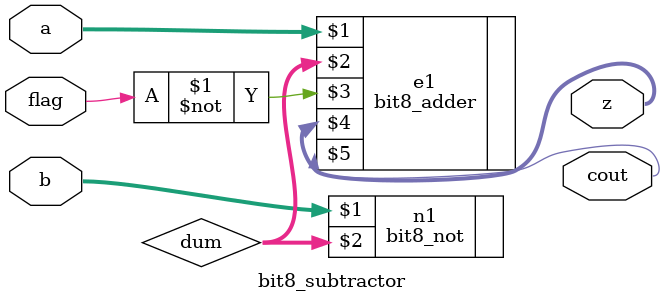
<source format=v>
`timescale 1ns / 1ps


module bit8_subtractor(input wire [7:0] a,input wire [7:0] b,input wire flag,output wire [7:0] z,output wire cout);
wire [7:0] dum;
bit8_not n1(b,dum);
bit8_adder e1(a,dum,~flag,z,cout);
endmodule

</source>
